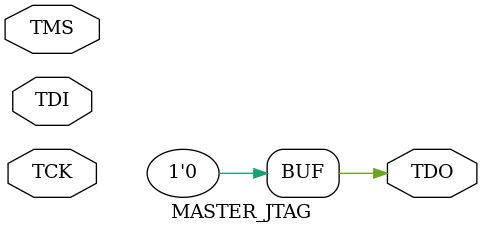
<source format=v>
module MASTER_JTAG(	// file.cleaned.mlir:2:3
  input  TCK,	// file.cleaned.mlir:2:29
         TDI,	// file.cleaned.mlir:2:43
         TMS,	// file.cleaned.mlir:2:57
  output TDO	// file.cleaned.mlir:2:72
);

  assign TDO = 1'h0;	// file.cleaned.mlir:3:14, :4:5
endmodule


</source>
